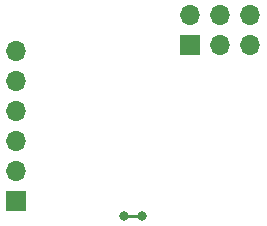
<source format=gbr>
%TF.GenerationSoftware,KiCad,Pcbnew,6.0.0-d3dd2cf0fa~116~ubuntu20.04.1*%
%TF.CreationDate,2022-01-27T11:36:15+01:00*%
%TF.ProjectId,ex00,65783030-2e6b-4696-9361-645f70636258,rev?*%
%TF.SameCoordinates,Original*%
%TF.FileFunction,Copper,L2,Bot*%
%TF.FilePolarity,Positive*%
%FSLAX46Y46*%
G04 Gerber Fmt 4.6, Leading zero omitted, Abs format (unit mm)*
G04 Created by KiCad (PCBNEW 6.0.0-d3dd2cf0fa~116~ubuntu20.04.1) date 2022-01-27 11:36:15*
%MOMM*%
%LPD*%
G01*
G04 APERTURE LIST*
%TA.AperFunction,ComponentPad*%
%ADD10R,1.700000X1.700000*%
%TD*%
%TA.AperFunction,ComponentPad*%
%ADD11O,1.700000X1.700000*%
%TD*%
%TA.AperFunction,ViaPad*%
%ADD12C,0.800000*%
%TD*%
%TA.AperFunction,Conductor*%
%ADD13C,0.250000*%
%TD*%
G04 APERTURE END LIST*
D10*
%TO.P,J1,1,Pin_1*%
%TO.N,+5V*%
X61214000Y-89154000D03*
D11*
%TO.P,J1,2,Pin_2*%
%TO.N,GND*%
X61214000Y-86614000D03*
%TO.P,J1,3,Pin_3*%
%TO.N,/MCU_TX*%
X61214000Y-84074000D03*
%TO.P,J1,4,Pin_4*%
%TO.N,/MCU_RX*%
X61214000Y-81534000D03*
%TO.P,J1,5,Pin_5*%
%TO.N,Net-(C3-Pad1)*%
X61214000Y-78994000D03*
%TO.P,J1,6,Pin_6*%
%TO.N,unconnected-(J1-Pad6)*%
X61214000Y-76454000D03*
%TD*%
D10*
%TO.P,J2,1,MISO*%
%TO.N,/MISO*%
X75946000Y-75946000D03*
D11*
%TO.P,J2,2,VCC*%
%TO.N,+5V*%
X75946000Y-73406000D03*
%TO.P,J2,3,SCK*%
%TO.N,/SCK*%
X78486000Y-75946000D03*
%TO.P,J2,4,MOSI*%
%TO.N,/LED_3{slash}MOSI*%
X78486000Y-73406000D03*
%TO.P,J2,5,~{RST}*%
%TO.N,/~{RESET}*%
X81026000Y-75946000D03*
%TO.P,J2,6,GND*%
%TO.N,GND*%
X81026000Y-73406000D03*
%TD*%
D12*
%TO.N,GND*%
X71882000Y-90424000D03*
X70358000Y-90424000D03*
%TD*%
D13*
%TO.N,GND*%
X71882000Y-90424000D02*
X70358000Y-90424000D01*
%TD*%
M02*

</source>
